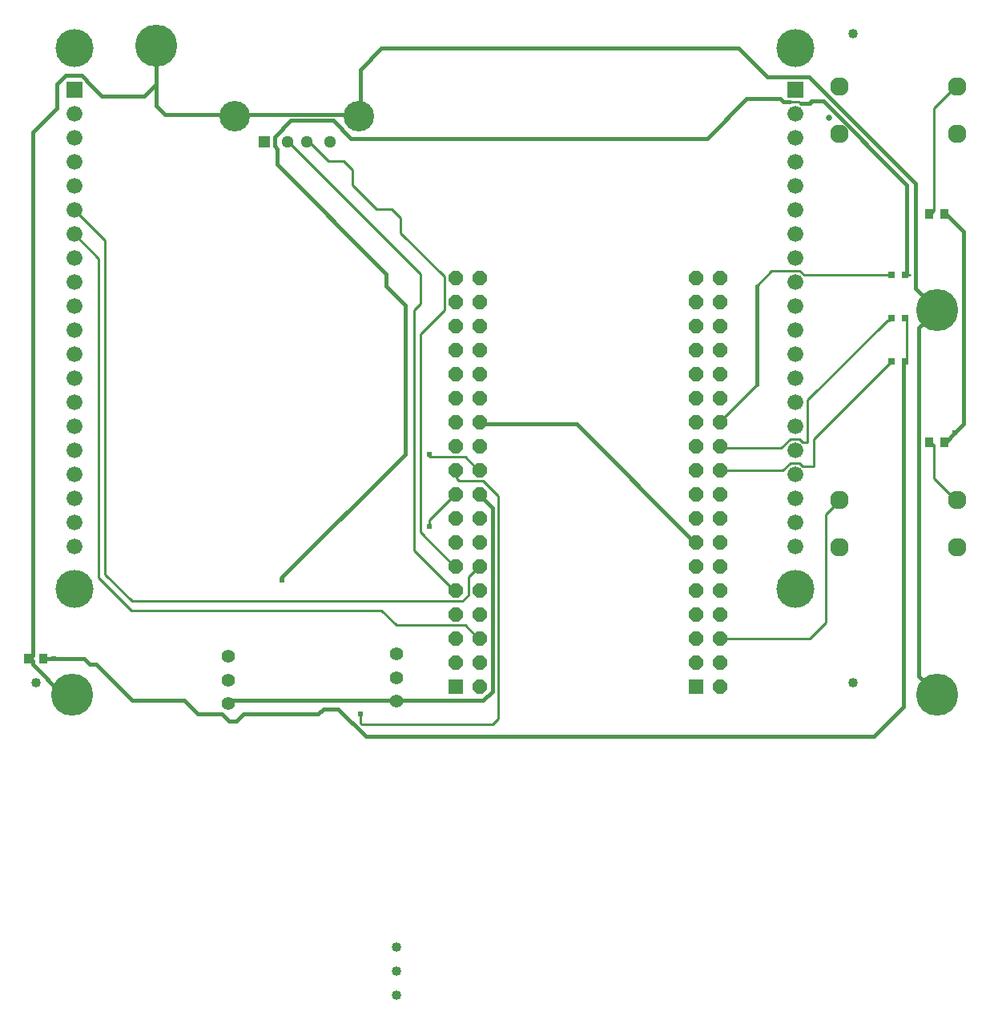
<source format=gbr>
G04 EAGLE Gerber RS-274X export*
G75*
%MOMM*%
%FSLAX34Y34*%
%LPD*%
%INTop Copper*%
%IPPOS*%
%AMOC8*
5,1,8,0,0,1.08239X$1,22.5*%
G01*
%ADD10R,0.800000X0.800000*%
%ADD11R,1.524000X1.524000*%
%ADD12P,1.649562X8X112.500000*%
%ADD13C,1.400000*%
%ADD14C,1.960000*%
%ADD15R,1.676400X1.676400*%
%ADD16C,1.676400*%
%ADD17C,4.016000*%
%ADD18R,0.949959X1.031241*%
%ADD19R,1.288000X1.288000*%
%ADD20C,1.288000*%
%ADD21C,3.220000*%
%ADD22C,1.016000*%
%ADD23C,4.445000*%
%ADD24C,0.381000*%
%ADD25C,0.254000*%
%ADD26C,0.609600*%
%ADD27C,0.654800*%


D10*
X929760Y402590D03*
X944760Y402590D03*
D11*
X469640Y59100D03*
D12*
X495040Y59100D03*
X469640Y84500D03*
X495040Y84500D03*
X469640Y109900D03*
X495040Y109900D03*
X469640Y135300D03*
X495040Y135300D03*
X469640Y160700D03*
X495040Y160700D03*
X469640Y186100D03*
X495040Y186100D03*
X469640Y211500D03*
X495040Y211500D03*
X469640Y236900D03*
X495040Y236900D03*
X469640Y262300D03*
X495040Y262300D03*
X469640Y287700D03*
X495040Y287700D03*
X469640Y313100D03*
X495040Y313100D03*
X469640Y338500D03*
X495040Y338500D03*
X469640Y363900D03*
X495040Y363900D03*
X469640Y389300D03*
X495040Y389300D03*
X469640Y414700D03*
X495040Y414700D03*
X469640Y440100D03*
X495040Y440100D03*
X469640Y465500D03*
X495040Y465500D03*
X469640Y490900D03*
X495040Y490900D03*
D11*
X723640Y59100D03*
D12*
X749040Y59100D03*
X723640Y84500D03*
X749040Y84500D03*
X723640Y109900D03*
X749040Y109900D03*
X723640Y135300D03*
X749040Y135300D03*
X723640Y160700D03*
X749040Y160700D03*
X723640Y186100D03*
X749040Y186100D03*
X723640Y211500D03*
X749040Y211500D03*
X723640Y236900D03*
X749040Y236900D03*
X723640Y262300D03*
X749040Y262300D03*
X723640Y287700D03*
X749040Y287700D03*
X723640Y313100D03*
X749040Y313100D03*
X723640Y338500D03*
X749040Y338500D03*
X723640Y363900D03*
X749040Y363900D03*
X723640Y389300D03*
X749040Y389300D03*
X723640Y414700D03*
X749040Y414700D03*
X723640Y440100D03*
X749040Y440100D03*
X723640Y465500D03*
X749040Y465500D03*
X723640Y490900D03*
X749040Y490900D03*
D13*
X406400Y43580D03*
X406400Y68580D03*
X406400Y93580D03*
D14*
X999760Y693020D03*
X999760Y643020D03*
X874760Y643020D03*
X874760Y693020D03*
D15*
X828040Y689610D03*
D16*
X828040Y664210D03*
X828040Y638810D03*
X828040Y613410D03*
X828040Y588010D03*
X828040Y562610D03*
X828040Y537210D03*
X828040Y511810D03*
X828040Y486410D03*
X828040Y461010D03*
X828040Y435610D03*
X828040Y410210D03*
X828040Y384810D03*
X828040Y359410D03*
X828040Y334010D03*
X828040Y308610D03*
X828040Y283210D03*
X828040Y257810D03*
X828040Y232410D03*
X828040Y207010D03*
D15*
X66040Y689610D03*
D16*
X66040Y664210D03*
X66040Y638810D03*
X66040Y613410D03*
X66040Y588010D03*
X66040Y562610D03*
X66040Y537210D03*
X66040Y511810D03*
X66040Y486410D03*
X66040Y461010D03*
X66040Y435610D03*
X66040Y410210D03*
X66040Y384810D03*
X66040Y359410D03*
X66040Y334010D03*
X66040Y308610D03*
X66040Y283210D03*
X66040Y257810D03*
X66040Y232410D03*
X66040Y207010D03*
D17*
X66040Y734060D03*
X66040Y162560D03*
X828040Y734060D03*
X828040Y162560D03*
D10*
X929760Y448310D03*
X944760Y448310D03*
X929760Y494030D03*
X944760Y494030D03*
D18*
X969899Y558800D03*
X985901Y558800D03*
D13*
X228600Y41040D03*
X228600Y66040D03*
X228600Y91040D03*
D19*
X266700Y635000D03*
D20*
X291700Y635000D03*
X311700Y635000D03*
X336700Y635000D03*
D21*
X236000Y662100D03*
X367400Y662100D03*
D14*
X999760Y256140D03*
X999760Y206140D03*
X874760Y206140D03*
X874760Y256140D03*
D18*
X969899Y317500D03*
X985901Y317500D03*
X17399Y88900D03*
X33401Y88900D03*
D22*
X889000Y63500D03*
X25400Y63500D03*
X889000Y749300D03*
X406400Y-215900D03*
X406400Y-241300D03*
X406400Y-266700D03*
D23*
X63500Y50800D03*
X977900Y50800D03*
X977900Y457200D03*
X152400Y736600D03*
D24*
X44450Y88900D02*
X33401Y88900D01*
D25*
X946150Y403225D02*
X946150Y447675D01*
D24*
X76200Y88900D02*
X44450Y88900D01*
X942975Y38100D02*
X942975Y400050D01*
D26*
X44450Y88900D03*
D24*
X285750Y174625D02*
X415925Y304800D01*
X285750Y174625D02*
X285750Y171450D01*
X415925Y304800D02*
X415925Y461963D01*
X277813Y630238D02*
X277813Y639763D01*
X295275Y657225D01*
X339725Y657225D01*
X358775Y638175D01*
X735013Y638175D01*
X777081Y680244D01*
X946150Y588963D02*
X946150Y493713D01*
D25*
X949325Y493713D01*
D26*
X285750Y171450D03*
D24*
X777081Y680244D02*
X812079Y680244D01*
X845058Y677418D02*
X857695Y677418D01*
X946150Y588963D01*
X127000Y44450D02*
X88900Y82550D01*
D25*
X944760Y448310D02*
X945395Y447675D01*
X946150Y447675D01*
X945395Y403225D02*
X944760Y402590D01*
X945395Y403225D02*
X946150Y403225D01*
X944760Y402590D02*
X944760Y401835D01*
X942975Y400050D01*
D24*
X942975Y38100D02*
X911225Y6350D01*
X88900Y82550D02*
X82550Y82550D01*
X76200Y88900D01*
D25*
X944760Y494030D02*
X949008Y494030D01*
X949325Y493713D01*
D24*
X415925Y461963D02*
X396081Y481806D01*
X396081Y495300D01*
X280815Y610566D01*
X280815Y627235D02*
X277813Y630238D01*
X280815Y627235D02*
X280815Y610566D01*
X182630Y44450D02*
X127000Y44450D01*
X182630Y44450D02*
X196850Y30230D01*
X324086Y30230D02*
X329381Y35525D01*
X345330Y35525D01*
X374505Y6350D01*
X911225Y6350D01*
X324086Y30230D02*
X245110Y30230D01*
X843280Y675640D02*
X845058Y677418D01*
X843280Y675640D02*
X834750Y675640D01*
X815540Y676783D02*
X812079Y680244D01*
X815540Y676783D02*
X822473Y676783D01*
D25*
X833852Y675640D02*
X834750Y675640D01*
X832709Y676783D02*
X822473Y676783D01*
X832709Y676783D02*
X833852Y675640D01*
D24*
X222500Y30230D02*
X229870Y22860D01*
X237740Y22860D01*
X245110Y30230D01*
X222500Y30230D02*
X196850Y30230D01*
X996950Y327025D02*
X1006475Y336550D01*
X996950Y327025D02*
X987425Y317500D01*
X1006475Y336550D02*
X1006475Y539750D01*
X987425Y558800D01*
D25*
X987425Y317500D02*
X985901Y317500D01*
X985901Y558800D02*
X987425Y558800D01*
D26*
X996950Y327025D03*
D25*
X971550Y558800D02*
X974725Y561975D01*
X974725Y669925D01*
X996950Y692150D01*
X971550Y558800D02*
X969899Y558800D01*
X998890Y692150D02*
X999760Y693020D01*
X998890Y692150D02*
X996950Y692150D01*
X492125Y184150D02*
X482600Y174625D01*
X482600Y155575D01*
X476250Y149225D01*
X127000Y149225D01*
X98425Y177800D02*
X98425Y530225D01*
X66040Y562610D01*
X98425Y177800D02*
X127000Y149225D01*
X493090Y184150D02*
X495040Y186100D01*
X493090Y184150D02*
X492125Y184150D01*
X92075Y511175D02*
X66040Y537210D01*
X92075Y173791D02*
X126583Y139283D01*
X406400Y123825D02*
X479425Y123825D01*
X92075Y173791D02*
X92075Y511175D01*
X493350Y109900D02*
X495040Y109900D01*
X493350Y109900D02*
X479425Y123825D01*
X406400Y123825D02*
X390942Y139283D01*
X126583Y139283D01*
X441325Y301625D02*
X479425Y301625D01*
X441325Y301625D02*
X441325Y304800D01*
D26*
X441325Y304800D03*
D25*
X493350Y287700D02*
X495040Y287700D01*
X493350Y287700D02*
X479425Y301625D01*
D24*
X495300Y336550D02*
X596900Y336550D01*
X495300Y338240D02*
X495040Y338500D01*
D25*
X495300Y338240D02*
X495300Y336550D01*
X721950Y211500D02*
X723640Y211500D01*
D24*
X721950Y211500D02*
X596900Y336550D01*
X508000Y247650D02*
X495300Y260350D01*
X508000Y247650D02*
X508000Y53975D01*
X498475Y44450D01*
X406400Y44450D02*
X228600Y44450D01*
X406400Y44450D02*
X498475Y44450D01*
X495300Y262040D02*
X495040Y262300D01*
X495300Y262040D02*
X495300Y260350D01*
X228600Y44450D02*
X228600Y41040D01*
X406400Y43580D02*
X406400Y44450D01*
D25*
X441325Y234950D02*
X466725Y260350D01*
X441325Y234950D02*
X441325Y228600D01*
D26*
X441325Y228600D03*
D25*
X467690Y260350D02*
X469640Y262300D01*
X467690Y260350D02*
X466725Y260350D01*
X514350Y260350D02*
X514350Y25400D01*
X514350Y260350D02*
X498475Y276225D01*
X469900Y287440D02*
X469640Y287700D01*
X469900Y287440D02*
X469900Y279400D01*
X368300Y30163D02*
X368300Y20638D01*
X369888Y19050D01*
X508000Y19050D01*
D26*
X368300Y30163D03*
D25*
X508000Y19050D02*
X514350Y25400D01*
X473075Y276225D02*
X469900Y279400D01*
X473075Y276225D02*
X498475Y276225D01*
X847725Y320675D02*
X927100Y400050D01*
X847725Y320675D02*
X847725Y292100D01*
X927220Y400050D02*
X929760Y402590D01*
X927220Y400050D02*
X927100Y400050D01*
X749300Y287440D02*
X749040Y287700D01*
X822990Y295402D02*
X833090Y295402D01*
X815028Y287440D02*
X749300Y287440D01*
X815028Y287440D02*
X822990Y295402D01*
X836392Y292100D02*
X847725Y292100D01*
X836392Y292100D02*
X833090Y295402D01*
X841375Y361950D02*
X925513Y446088D01*
X841375Y361950D02*
X841375Y317500D01*
X749300Y312840D02*
X749040Y313100D01*
X749300Y312840D02*
X749300Y311150D01*
X822990Y320802D02*
X833090Y320802D01*
X836392Y317500D02*
X841375Y317500D01*
X836392Y317500D02*
X833090Y320802D01*
X813338Y311150D02*
X749300Y311150D01*
X813338Y311150D02*
X822990Y320802D01*
X927538Y446088D02*
X929760Y448310D01*
X927538Y446088D02*
X925513Y446088D01*
D24*
X787400Y482600D02*
X787400Y377825D01*
D25*
X749040Y339465D02*
X749040Y338500D01*
X749040Y339465D02*
X787400Y377825D01*
X837662Y494030D02*
X833090Y498602D01*
X837662Y494030D02*
X929760Y494030D01*
X803402Y498602D02*
X787400Y482600D01*
X803402Y498602D02*
X833090Y498602D01*
X425450Y457200D02*
X425450Y203200D01*
X292100Y635000D02*
X291700Y635000D01*
X467950Y160700D02*
X469640Y160700D01*
X467950Y160700D02*
X425450Y203200D01*
X425450Y457200D02*
X431800Y463550D01*
X431800Y495300D02*
X292100Y635000D01*
X431800Y495300D02*
X431800Y463550D01*
X385763Y563563D02*
X360363Y588963D01*
X334963Y614363D02*
X314325Y635000D01*
X431800Y431800D02*
X431800Y222250D01*
X314325Y635000D02*
X311700Y635000D01*
X467950Y186100D02*
X469640Y186100D01*
X467950Y186100D02*
X431800Y222250D01*
X350838Y614363D02*
X334963Y614363D01*
X360363Y604838D02*
X360363Y588963D01*
X360363Y604838D02*
X350838Y614363D01*
X385763Y563563D02*
X401638Y563563D01*
X411163Y554038D02*
X411163Y538163D01*
X411163Y554038D02*
X401638Y563563D01*
X411163Y538163D02*
X457200Y492125D01*
X457200Y457200D01*
X431800Y431800D01*
X971550Y317500D02*
X974725Y314325D01*
X974725Y279400D01*
X971550Y317500D02*
X969899Y317500D01*
X860425Y241300D02*
X860425Y127000D01*
X843325Y109900D02*
X749040Y109900D01*
X843325Y109900D02*
X860425Y127000D01*
X874760Y255635D02*
X874760Y256140D01*
X874760Y255635D02*
X860425Y241300D01*
X997985Y256140D02*
X999760Y256140D01*
X997985Y256140D02*
X974725Y279400D01*
D24*
X958850Y69850D02*
X977900Y50800D01*
X958850Y69850D02*
X958850Y438150D01*
X977900Y457200D01*
X22225Y85725D02*
X19050Y88900D01*
X22225Y85725D02*
X22225Y82550D01*
X53975Y50800D01*
X63500Y50800D01*
X22225Y92075D02*
X19050Y88900D01*
X22225Y92075D02*
X22225Y644525D01*
X95250Y682625D02*
X139700Y682625D01*
X152400Y695325D02*
X152400Y736600D01*
X152400Y695325D02*
X152400Y673100D01*
D25*
X19050Y88900D02*
X17399Y88900D01*
D24*
X955675Y479425D02*
X977900Y457200D01*
X955675Y479425D02*
X955675Y590550D01*
X368300Y663575D02*
X368300Y711200D01*
X237475Y663575D02*
X236000Y662100D01*
X237475Y663575D02*
X365125Y663575D01*
X236000Y662100D02*
X234950Y663150D01*
D25*
X234950Y663575D01*
X366600Y662100D02*
X367400Y662100D01*
D24*
X366600Y662100D02*
X365125Y663575D01*
X367400Y662675D02*
X367400Y662100D01*
X367400Y662675D02*
X368300Y663575D01*
X842963Y703263D02*
X955675Y590550D01*
X390525Y733425D02*
X368300Y711200D01*
X390525Y733425D02*
X768350Y733425D01*
X161925Y663575D02*
X152400Y673100D01*
X161925Y663575D02*
X234950Y663575D01*
X152400Y695325D02*
X139700Y682625D01*
X47625Y669925D02*
X22225Y644525D01*
X47625Y669925D02*
X47625Y695325D01*
X57150Y704850D01*
X78867Y699833D02*
X78867Y699008D01*
X95250Y682625D01*
X73850Y704850D02*
X57150Y704850D01*
X73850Y704850D02*
X78867Y699833D01*
X798513Y703263D02*
X842963Y703263D01*
X798513Y703263D02*
X768350Y733425D01*
D27*
X863600Y660400D03*
M02*

</source>
